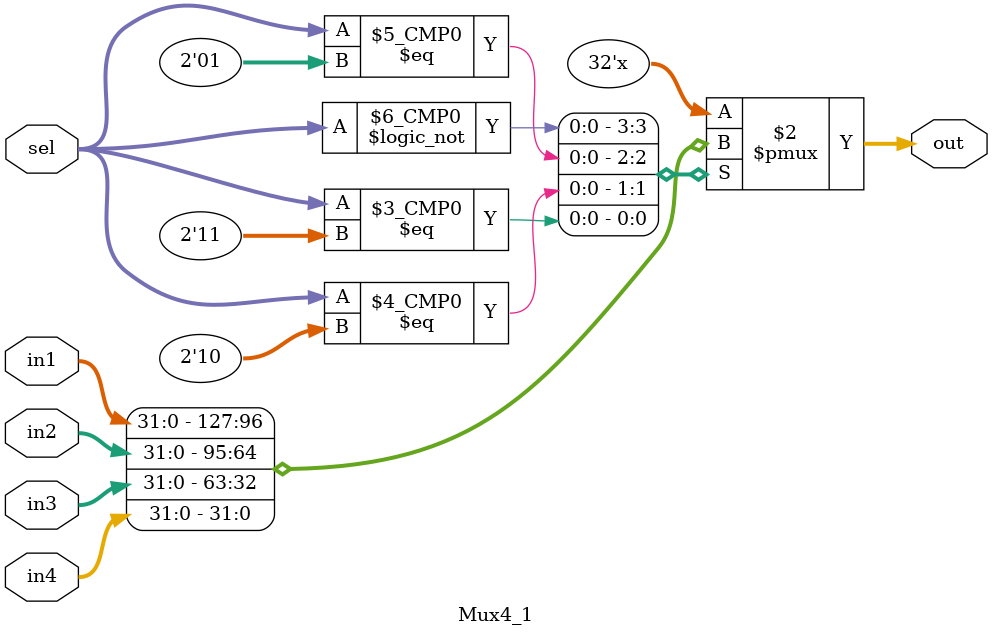
<source format=v>

`timescale 1ns/1ns

module Mux4_1 (
    sel,
    in1,
    in2,
    in3,
    in4,
    out
);

    input [1:0] sel;
    input [31:0] in1, in2, in3, in4;
    output reg [31:0] out;
    
    always @(*) begin
        case(sel)
            2'b00: out = in1;
            2'b01: out = in2;
            2'b10: out = in3;
            2'b11: out = in4;
        endcase
    end
    
endmodule


</source>
